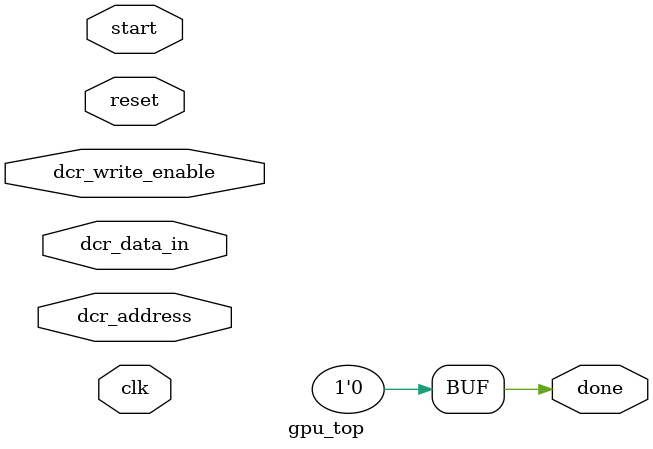
<source format=sv>
module gpu_top (
    input wire clk,
    input wire reset,
    input wire start,
    input wire [3:0] dcr_address,   
    input wire [7:0] dcr_data_in,
    input wire dcr_write_enable,
    output wire done
);

    // Các tín hiệu nội bộ
    wire [7:0] instruction, alu_out, read_data, pc_value, dcr_data_out;
    wire [2:0] opcode;
    wire [3:0] src1, src2, dest;
    wire fetch_valid, alu_enable, reg_write, mem_read, mem_write;
    wire [1:0] alu_op;

    // Instantiate Device Control Register
    dcr dcr_inst (
        .clk(clk),
        .reset(reset),
        .write_enable(dcr_write_enable),
        .address(dcr_address),
        .data_in(dcr_data_in),
        .data_out(dcr_data_out)
    );

    // Program Counter
    pc pc_inst (
        .clk(clk),
        .reset(reset),
        .pc_in(8'b0),
        .pc_write_enable(1'b0),
        .pc_increment(fetch_valid),
        .pc_out(pc_value)
    );

    // Fetcher
    fetcher fetch_inst (
        .clk(clk),
        .reset(reset),
        .program_memory(dcr_data_out), // Giả định dữ liệu chương trình từ DCR
        .instruction(instruction),
        .fetch_valid(fetch_valid)
    );

    // Decoder
    decoder decode_inst (
        .instruction(instruction),
        .opcode(opcode),
        .src1(src1),
        .src2(src2),
        .dest(dest),
        .valid(fetch_valid)
    );

    // Controller
    controller control_inst (
        .opcode(opcode),
        .alu_enable(alu_enable),
        .reg_write(reg_write),
        .mem_read(mem_read),
        .mem_write(mem_write),
        .alu_op(alu_op)
    );

    // ALU
    alu alu_inst (
        .A(src1),  // Giả định kết nối chính xác các operand
        .B(src2),
        .opcode(alu_op),
        .result(alu_out),
        .zero_flag()
    );

    // Load Store Unit (LSU)
    lsu lsu_inst (
        .clk(clk),
        .reset(reset),
        .address(alu_out),
        .write_data(src2),
        .mem_write(mem_write),
        .mem_read(mem_read),
        .read_data(read_data)
    );

    // Core logic (giả định tích hợp với các chức năng cụ thể)
    core core_inst (
        .clk(clk),
        .reset(reset),
        .result(alu_out)
    );

    // Register logic
    reg [7:0] registers [0:15];

    always @(posedge clk or posedge reset) begin
        if (reset) begin
            integer i;
            for (i = 0; i < 16; i = i + 1) begin
                registers[i] <= 8'b0;
            end
        end else if (reg_write) begin
            registers[dest] <= (mem_read ? read_data : alu_out);
        end
    end

    // Scheduler and dispatcher instantiation (nếu có)
    // scheduler scheduler_inst();
    // dispatcher dispatcher_inst();

    // Done logic (giả định đơn giản hóa)
    assign done = (/* điều kiện hoàn thành */ 1'b0);

endmodule

</source>
